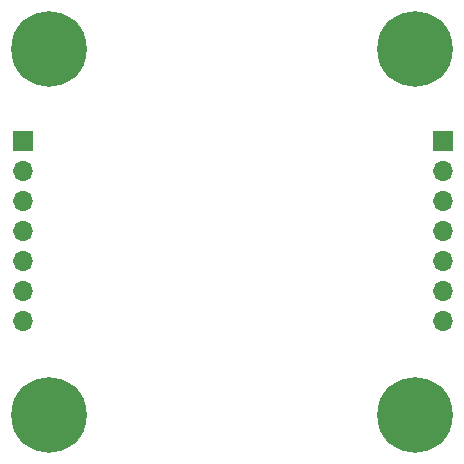
<source format=gbr>
%TF.GenerationSoftware,KiCad,Pcbnew,(5.1.10)-1*%
%TF.CreationDate,2021-11-06T00:44:08+01:00*%
%TF.ProjectId,AS5047D_breakout,41533530-3437-4445-9f62-7265616b6f75,rev?*%
%TF.SameCoordinates,Original*%
%TF.FileFunction,Soldermask,Bot*%
%TF.FilePolarity,Negative*%
%FSLAX46Y46*%
G04 Gerber Fmt 4.6, Leading zero omitted, Abs format (unit mm)*
G04 Created by KiCad (PCBNEW (5.1.10)-1) date 2021-11-06 00:44:08*
%MOMM*%
%LPD*%
G01*
G04 APERTURE LIST*
%ADD10O,1.700000X1.700000*%
%ADD11R,1.700000X1.700000*%
%ADD12C,6.400000*%
G04 APERTURE END LIST*
D10*
%TO.C,J2*%
X259080000Y-115570000D03*
X259080000Y-113030000D03*
X259080000Y-110490000D03*
X259080000Y-107950000D03*
X259080000Y-105410000D03*
X259080000Y-102870000D03*
D11*
X259080000Y-100330000D03*
%TD*%
D10*
%TO.C,J1*%
X223520000Y-115570000D03*
X223520000Y-113030000D03*
X223520000Y-110490000D03*
X223520000Y-107950000D03*
X223520000Y-105410000D03*
X223520000Y-102870000D03*
D11*
X223520000Y-100330000D03*
%TD*%
D12*
%TO.C,H4*%
X225750000Y-123550000D03*
%TD*%
%TO.C,H3*%
X225750000Y-92550000D03*
%TD*%
%TO.C,H2*%
X256750000Y-123550000D03*
%TD*%
%TO.C,H1*%
X256750000Y-92550000D03*
%TD*%
M02*

</source>
